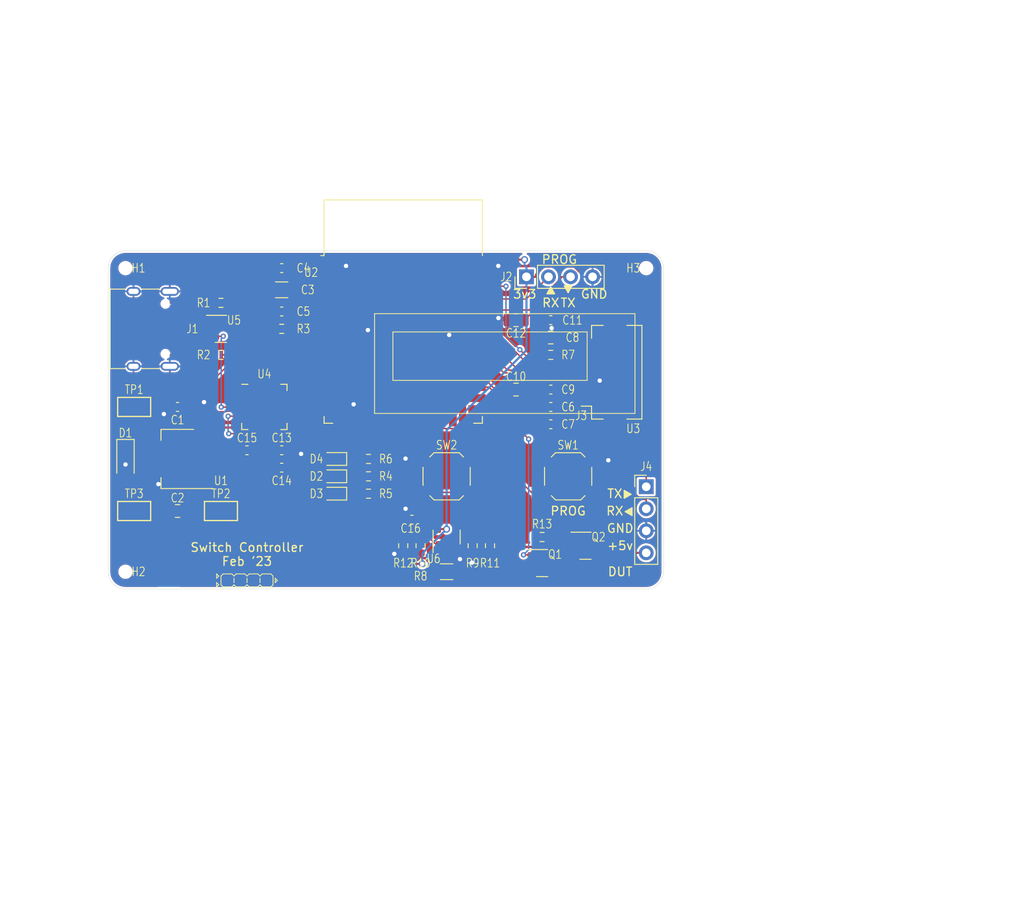
<source format=kicad_pcb>
(kicad_pcb (version 20221018) (generator pcbnew)
  (layers (0 "F.Cu" signal "Front") (31 "B.Cu" signal "Back") (34 "B.Paste" user) (35 "F.Paste" user) (36 "B.SilkS" user "B.Silkscreen") (37 "F.SilkS" user "F.Silkscreen") (38 "B.Mask" user) (39 "F.Mask" user) (44 "Edge.Cuts" user))
  (net 0 "")
  (net 1 "gnd")
  (net 2 "usb.conn.A5")
  (net 3 "vusb")
  (net 4 "usb.conn.B5")
  (net 5 "ledr.res.a")
  (net 6 "ledg.res.a")
  (net 7 "ledb.res.a")
  (net 8 "sw.pre.drain")
  (net 9 "mcu.ic.io2")
  (net 10 "ledr.signal")
  (net 11 "ledg.signal")
  (net 12 "ledb.signal")
  (net 13 "sw.control")
  (net 14 "mcu.prog.out")
  (net 15 "mcu.uart0.uart.tx")
  (net 16 "mcu.uart0.uart.rx")
  (net 17 "v3v3")
  (net 18 "usb.usb.dm")
  (net 19 "usb.usb.dp")
  (net 20 "sw1.out")
  (net 21 "conn.uart.tx")
  (net 22 "conn.uart.rx")
  (net 23 "sw.output")
  (net 24 "isense.pwr_out")
  (net 25 "isense.amp.r1.b")
  (net 26 "isense.amp.r2.b")
  (net 27 "isense.out")
  (net 28 "mcu.ic.chip_pu")
  (net 29 "lcd.iref_res.a")
  (net 30 "lcd.spi.sck")
  (net 31 "lcd.spi.mosi")
  (net 32 "usb_uart.uart.rx")
  (net 33 "usb_uart.uart.tx")
  (net 34 "lcd.cs")
  (net 35 "lcd.reset")
  (net 36 "lcd.dc")
  (net 37 "usb_uart.dcd")
  (net 38 "usb_uart.ri")
  (net 39 "usb_uart.ic.vdd")
  (net 40 "usb_uart.nsuspend")
  (net 41 "usb_uart.suspend")
  (net 42 "usb_uart.cts")
  (net 43 "usb_uart.rts")
  (net 44 "usb_uart.dsr")
  (net 45 "usb_uart.dtr")
  (net 46 "lcd.c2_cap.pos")
  (net 47 "lcd.c2_cap.neg")
  (net 48 "lcd.c1_cap.pos")
  (net 49 "lcd.c1_cap.neg")
  (net 50 "lcd.device.vcomh")
  (net 51 "lcd.device.vcc")
  (footprint "Resistor_SMD:R_0603_1608Metric" (layer "F.Cu") (at 134 58)
    (fp_text reference "R6")
    (fp_text value "")
  )
  (footprint "Resistor_SMD:R_0603_1608Metric" (layer "F.Cu") (at 154 67)
    (fp_text reference "R13")
    (fp_text value "")
  )
  (footprint "RF_Module:ESP32-WROOM-32" (layer "F.Cu") (at 138 44)
    (fp_text reference "U2")
    (fp_text value "ESP32-WROOM-32 (Espressif Systems)")
  )
  (footprint "TestPoint:TestPoint_Keystone_5015_Micro-Minature" (layer "F.Cu") (at 107 52)
    (fp_text reference "TP1")
    (fp_text value "5015 (Keystone) - vusb")
  )
  (footprint "Capacitor_SMD:C_0805_2012Metric" (layer "F.Cu") (at 151 42 180)
    (fp_text reference "C12")
    (fp_text value "")
  )
  (footprint "Capacitor_SMD:C_0805_2012Metric" (layer "F.Cu") (at 151 50 180)
    (fp_text reference "C10")
    (fp_text value "")
  )
  (footprint "TestPoint:TestPoint_Keystone_5015_Micro-Minature" (layer "F.Cu") (at 117 64)
    (fp_text reference "TP2")
    (fp_text value "5015 (Keystone) - gnd")
  )
  (footprint "Package_TO_SOT_SMD:SOT-23-5" (layer "F.Cu") (at 143 67 90)
    (fp_text reference "U6")
    (fp_text value "LMV321 (Texas Instruments)")
  )
  (footprint "LED_SMD:LED_0603_1608Metric" (layer "F.Cu") (at 130 60 180)
    (fp_text reference "D2")
    (fp_text value "KT-0603R (Hubei KENTO Elec) - Red 615~630nm 1.9~2.2V 0603 Light Emitting Diodes (LED) RoHS")
  )
  (footprint "Diode_SMD:D_SOD-123" (layer "F.Cu") (at 106 58 -90)
    (fp_text reference "D1")
    (fp_text value "BZT52C3V6 (SMC(Sangdest Microelectronicstronic (Nanjing))) - 5?A@1V 90? Single 3.6V~3.8V 350mW 3.4V SOD-123 Zener Diodes ROHS")
  )
  (footprint "Package_TO_SOT_SMD:SOT-23" (layer "F.Cu") (at 117 43)
    (fp_text reference "U5")
    (fp_text value "PESD5V0X1BT (Nexperia)")
  )
  (footprint "Resistor_SMD:R_0603_1608Metric" (layer "F.Cu") (at 146 68 90)
    (fp_text reference "R9")
    (fp_text value "")
  )
  (footprint "Capacitor_SMD:C_0603_1608Metric" (layer "F.Cu") (at 124 36 180)
    (fp_text reference "C4")
    (fp_text value "")
  )
  (footprint "Package_DFN_QFN:QFN-28-1EP_5x5mm_P0.5mm_EP3.35x3.35mm" (layer "F.Cu") (at 122 52)
    (fp_text reference "U4")
    (fp_text value "CP2102 (Silicon Labs)")
  )
  (footprint "Connector_FFC-FPC:Hirose_FH12-15S-0.5SH_1x15-1MP_P0.50mm_Horizontal" (layer "F.Cu") (at 161 48 90)
    (fp_text reference "J3")
    (fp_text value "AFC01-S15FCA-00 (Jushuo)")
  )
  (footprint "Resistor_SMD:R_0603_1608Metric" (layer "F.Cu") (at 134 60)
    (fp_text reference "R4")
    (fp_text value "")
  )
  (footprint "Connector_PinHeader_2.54mm:PinHeader_1x04_P2.54mm_Vertical" (layer "F.Cu") (at 152.2 37 90)
    (fp_text reference "J2")
    (fp_text value "PinHeader2.54 1x4 (Generic)")
  )
  (footprint "Capacitor_SMD:C_0603_1608Metric" (layer "F.Cu") (at 139 65 180)
    (fp_text reference "C16")
    (fp_text value "")
  )
  (footprint "edg:JlcToolingHole_1.152mm" (layer "F.Cu") (at 106 71)
    (fp_text reference "H2")
    (fp_text value "")
  )
  (footprint "edg:JlcToolingHole_1.152mm" (layer "F.Cu") (at 166 36)
    (fp_text reference "H3")
    (fp_text value "")
  )
  (footprint "Connector_USB:USB_C_Receptacle_XKB_U262-16XN-4BVC11" (layer "F.Cu") (at 108 43 -90)
    (fp_text reference "J1")
    (fp_text value "COM-15111 (Sparkfun)")
  )
  (footprint "Capacitor_SMD:C_0805_2012Metric" (layer "F.Cu") (at 155 44 180)
    (fp_text reference "C8")
    (fp_text value "")
  )
  (footprint "Resistor_SMD:R_0603_1608Metric" (layer "F.Cu") (at 148 68 90)
    (fp_text reference "R11")
    (fp_text value "")
  )
  (footprint "Resistor_SMD:R_0603_1608Metric" (layer "F.Cu") (at 124 43)
    (fp_text reference "R3")
    (fp_text value "")
  )
  (footprint "Capacitor_SMD:C_0603_1608Metric" (layer "F.Cu") (at 155 54 180)
    (fp_text reference "C7")
    (fp_text value "")
  )
  (footprint "Package_TO_SOT_SMD:SOT-23" (layer "F.Cu") (at 154 70)
    (fp_text reference "Q1")
    (fp_text value "2N7002 (Changjiang Electronics Tech (CJ)) - 60V 115mA 200mW 7.5?@10V,500mA 2.5V@250?A N Channel SOT-23(SOT-23-3) MOSFETs ROHS")
  )
  (footprint "LED_SMD:LED_0603_1608Metric" (layer "F.Cu") (at 130 62 180)
    (fp_text reference "D3")
    (fp_text value "")
  )
  (footprint "Capacitor_SMD:C_0603_1608Metric" (layer "F.Cu") (at 124 57)
    (fp_text reference "C13")
    (fp_text value "")
  )
  (footprint "Resistor_SMD:R_0603_1608Metric" (layer "F.Cu") (at 138 68 90)
    (fp_text reference "R12")
    (fp_text value "")
  )
  (footprint "edg:Indicator_IdDots_4" (layer "F.Cu") (at 120 72)
    (fp_text reference "U8" hide)
    (fp_text value "IdDots4")
  )
  (footprint "Capacitor_SMD:C_0603_1608Metric" (layer "F.Cu") (at 155 52 180)
    (fp_text reference "C6")
    (fp_text value "")
  )
  (footprint "Resistor_SMD:R_1206_3216Metric" (layer "F.Cu") (at 143 71)
    (fp_text reference "R8")
    (fp_text value "")
  )
  (footprint "Capacitor_SMD:C_0603_1608Metric" (layer "F.Cu") (at 155 50 180)
    (fp_text reference "C9")
    (fp_text value "")
  )
  (footprint "Button_Switch_SMD:SW_SPST_SKQG_WithoutStem" (layer "F.Cu") (at 143 60)
    (fp_text reference "SW2")
    (fp_text value "5.1mm switch")
  )
  (footprint "Resistor_SMD:R_0603_1608Metric" (layer "F.Cu") (at 140 68 90)
    (fp_text reference "R10")
    (fp_text value "")
  )
  (footprint "Resistor_SMD:R_0603_1608Metric" (layer "F.Cu") (at 134 62)
    (fp_text reference "R5")
    (fp_text value "")
  )
  (footprint "Button_Switch_SMD:SW_SPST_SKQG_WithoutStem" (layer "F.Cu") (at 157 60)
    (fp_text reference "SW1")
    (fp_text value "5.1mm switch")
  )
  (footprint "Capacitor_SMD:C_1206_3216Metric" (layer "F.Cu") (at 124 38.5 180)
    (fp_text reference "C3")
    (fp_text value "")
  )
  (footprint "edg:Lcd_Er_Oled0.91_3_Outline" (layer "F.Cu") (at 148 46.15)
    (fp_text reference "U3")
    (fp_text value "ER-OLED-0.91-e (EastRising)")
  )
  (footprint "Package_TO_SOT_SMD:SOT-223-3_TabPin2" (layer "F.Cu") (at 112 58 180)
    (fp_text reference "U1")
    (fp_text value "LD1117S33TR (STMicroelectronics)")
  )
  (footprint "Capacitor_SMD:C_0603_1608Metric" (layer "F.Cu") (at 124 41 180)
    (fp_text reference "C5")
    (fp_text value "")
  )
  (footprint "Capacitor_SMD:C_0603_1608Metric" (layer "F.Cu") (at 155 42 180)
    (fp_text reference "C11")
    (fp_text value "")
  )
  (footprint "edg:JlcToolingHole_1.152mm" (layer "F.Cu") (at 106 36)
    (fp_text reference "H1")
    (fp_text value "")
  )
  (footprint "Connector_PinHeader_2.54mm:PinHeader_1x04_P2.54mm_Vertical" (layer "F.Cu") (at 166 61.2)
    (fp_text reference "J4")
    (fp_text value "PinHeader2.54 1x4 (Generic)")
  )
  (footprint "Capacitor_SMD:C_0603_1608Metric" (layer "F.Cu") (at 124 59)
    (fp_text reference "C14")
    (fp_text value "")
  )
  (footprint "Resistor_SMD:R_0603_1608Metric" (layer "F.Cu") (at 117 46 180)
    (fp_text reference "R2")
    (fp_text value "")
  )
  (footprint "Capacitor_SMD:C_0603_1608Metric" (layer "F.Cu") (at 112 52 180)
    (fp_text reference "C1")
    (fp_text value "")
  )
  (footprint "Package_TO_SOT_SMD:SOT-23" (layer "F.Cu") (at 159 68)
    (fp_text reference "Q2")
    (fp_text value "AO3401A (Alpha & Omega Semicon) - 30V 4A 44m?@10V,4.3A 1.4W 1.3V@250?A P Channel SOT-23-3L MOSFETs ROHS")
  )
  (footprint "Capacitor_SMD:C_0603_1608Metric" (layer "F.Cu") (at 120 57)
    (fp_text reference "C15")
    (fp_text value "")
  )
  (footprint "Capacitor_SMD:C_0805_2012Metric" (layer "F.Cu") (at 112 64)
    (fp_text reference "C2")
    (fp_text value "")
  )
  (footprint "TestPoint:TestPoint_Keystone_5015_Micro-Minature" (layer "F.Cu") (at 107 64)
    (fp_text reference "TP3")
    (fp_text value "5015 (Keystone) - v3v3")
  )
  (footprint "LED_SMD:LED_0603_1608Metric" (layer "F.Cu") (at 130 58 180)
    (fp_text reference "D4")
    (fp_text value "")
  )
  (footprint "edg:Symbol_Duckling" (layer "F.Cu") (at 111 70)
    (fp_text reference "U7" hide)
    (fp_text value "Duck" hide)
  )
  (footprint "Resistor_SMD:R_0603_1608Metric" (layer "F.Cu") (at 155 46 180)
    (fp_text reference "R7")
    (fp_text value "")
  )
  (footprint "Resistor_SMD:R_0603_1608Metric" (layer "F.Cu") (at 117 40 180)
    (fp_text reference "R1")
    (fp_text value "")
  )
  (gr_line (start 106 34) (end 166 34) (stroke (width 0.0381)) (layer "Edge.Cuts"))
  (gr_line (start 166 73) (end 106 73) (stroke (width 0.0381)) (layer "Edge.Cuts"))
  (gr_line (start 104 71) (end 104 36) (stroke (width 0.0381)) (layer "Edge.Cuts"))
  (gr_arc (start 168 71) (mid 167.414214 72.414214) (end 166 73) (stroke (width 0.0381)) (layer "Edge.Cuts"))
  (gr_arc (start 104 36) (mid 104.585786 34.585786) (end 106 34) (stroke (width 0.0381)) (layer "Edge.Cuts"))
  (gr_arc (start 166 34) (mid 167.414214 34.585786) (end 168 36) (stroke (width 0.0381)) (layer "Edge.Cuts"))
  (gr_line (start 168 36) (end 168 71) (stroke (width 0.0381)) (layer "Edge.Cuts"))
  (gr_arc (start 106 73) (mid 104.585786 72.414214) (end 104 71) (stroke (width 0.0381)) (layer "Edge.Cuts"))
  (gr_text "3v3" (at 152 39) (layer "F.SilkS") (effects (font (size 1 1))))
  (gr_text "RX◀" (at 163 64) (layer "F.SilkS") (effects (font (size 1 1))))
  (gr_text "PROG" (at 157 64) (layer "F.SilkS") (effects (font (size 1 1))))
  (gr_text "GND" (at 160 39) (layer "F.SilkS") (effects (font (size 1 1))))
  (gr_text "TX" (at 157 40) (layer "F.SilkS") (effects (font (size 1 1))))
  (gr_text "+5v" (at 163 68) (layer "F.SilkS") (effects (font (size 1 1))))
  (gr_text "▲" (at 155 38.5) (layer "F.SilkS") (effects (font (size 1 1))))
  (gr_text "GND" (at 163 66) (layer "F.SilkS") (effects (font (size 1 1))))
  (gr_text "DUT" (at 163 71) (layer "F.SilkS") (effects (font (size 1 1))))
  (gr_text "TX▶" (at 163 62) (layer "F.SilkS") (effects (font (size 1 1))))
  (gr_text "Switch Controller\nFeb '23" (at 120 69) (layer "F.SilkS") (effects (font (size 1 1))))
  (gr_text "RX" (at 155 40) (layer "F.SilkS") (effects (font (size 1 1))))
  (gr_text "▲" (at 157 38.5 180) (layer "F.SilkS") (effects (font (size 1 1))))
  (gr_text "PROG" (at 156 35) (layer "F.SilkS") (effects (font (size 1 1))))
  (segment (start 129.5 35.745) (end 128.2249 35.745) (width 0.25) (layer "F.Cu") (net 1))
  (segment (start 138.225 63.7375) (end 138.225 65) (width 0.25) (layer "F.Cu") (net 1))
  (segment (start 111.105 47.32) (end 112.4301 47.32) (width 0.25) (layer "F.Cu") (net 1))
  (segment (start 124.775 57) (end 124.775 57.412) (width 0.25) (layer "F.Cu") (net 1))
  (segment (start 111.97 39.65) (end 111.67 39.95) (width 0.25) (layer "F.Cu") (net 1))
  (segment (start 122.525 36.7) (end 123.225 36) (width 0.25) (layer "F.Cu") (net 1))
  (segment (start 127.6701 35.1902) (end 128.2249 35.745) (width 0.25) (layer "F.Cu") (net 1))
  (segment (start 115.15 64) (end 115.15 61.3251) (width 0.25) (layer "F.Cu") (net 1))
  (segment (start 132.285 51.7011) (end 132.285 53.255) (width 0.25) (layer "F.Cu") (net 1))
  (segment (start 152.05 44) (end 154.05 44) (width 0.25) (layer "F.Cu") (net 1))
  (segment (start 115.15 60.3) (end 115.15 60.9) (width 0.25) (layer "F.Cu") (net 1))
  (segment (start 111.105 47.32) (end 106.925 47.32) (width 0.25) (layer "F.Cu") (net 1))
  (segment (start 136.4875 62) (end 138.225 63.7375) (width 0.25) (layer "F.Cu") (net 1))
  (segment (start 138.225 63.7375) (end 138.2717 63.7375) (width 0.25) (layer "F.Cu") (net 1))
  (segment (start 154.225 42.9125) (end 154.225 42) (width 0.25) (layer "F.Cu") (net 1))
  (segment (start 160.1 58.15) (end 153.9 58.15) (width 0.25) (layer "F.Cu") (net 1))
  (segment (start 138 68.825) (end 138.7219 68.1031) (width 0.25) (layer "F.Cu") (net 1))
  (segment (start 115.15 60.9) (end 115.15 61.3251) (width 0.25) (layer "F.Cu") (net 1))
  (segment (start 139.9 58.15) (end 138.7249 58.15) (width 0.25) (layer "F.Cu") (net 1))
  (segment (start 126.2358 57.412) (end 124.775 57.412) (width 0.25) (layer "F.Cu") (net 1))
  (segment (start 138.7249 58.15) (end 138.5316 57.9567) (width 0.25) (layer "F.Cu") (net 1))
  (segment (start 134.825 60) (end 134.825 62) (width 0.25) (layer "F.Cu") (net 1))
  (segment (start 117.825 38.77) (end 112.5201 38.77) (width 0.25) (layer "F.Cu") (net 1))
  (segment (start 112.0951 39.65) (end 112.5201 39.65) (width 0.25) (layer "F.Cu") (net 1))
  (segment (start 112.0951 39.65) (end 111.97 39.65) (width 0.25) (layer "F.Cu") (net 1))
  (segment (start 134.825 58) (end 134.825 60) (width 0.25) (layer "F.Cu") (net 1))
  (segment (start 111.105 38.68) (end 112.4301 38.68) (width 0.25) (layer "F.Cu") (net 1))
  (segment (start 124.0348 35.1902) (end 127.6701 35.1902) (width 0.25) (layer "F.Cu") (net 1))
  (segment (start 111.105 38.68) (end 106.925 38.68) (width 0.25) (layer "F.Cu") (net 1))
  (segment (start 123.225 41) (end 118.825 41) (width 0.25) (layer "F.Cu") (net 1))
  (segment (start 141.6559 69.0758) (end 142.4007 69.0758) (width 0.25) (layer "F.Cu") (net 1))
  (segment (start 161.632 58.15) (end 160.1 58.15) (width 0.25) (layer "F.Cu") (net 1))
  (segment (start 119.4974 51.4474) (end 115.0519 51.4474) (width 0.25) (layer "F.Cu") (net 1))
  (segment (start 119.55 51.5) (end 119.4974 51.4474) (width 0.25) (layer "F.Cu") (net 1))
  (segment (start 154.05 44) (end 154.225 43.825) (width 0.25) (layer "F.Cu") (net 1))
  (segment (start 148.9672 41.7507) (end 149.8007 41.7507) (width 0.25) (layer "F.Cu") (net 1))
  (segment (start 121.5 51.5) (end 119.55 51.5) (width 0.25) (layer "F.Cu") (net 1))
  (segment (start 143 68.4765) (end 143 68.1375) (width 0.25) (layer "F.Cu") (net 1))
  (segment (start 117.035 46.79) (end 112.5201 46.79) (width 0.25) (layer "F.Cu") (net 1))
  (segment (start 138.5316 57.9567) (end 138.2668 57.9567) (width 0.25) (layer "F.Cu") (net 1))
  (segment (start 149.8007 41.7507) (end 150.05 42) (width 0.25) (layer "F.Cu") (net 1))
  (segment (start 115.15 64) (end 112.95 64) (width 0.25) (layer "F.Cu") (net 1))
  (segment (start 144.0738 69.5503) (end 144.5363 69.5503) (width 0.25) (layer "F.Cu") (net 1))
  (segment (start 118.095 38.5) (end 122.525 38.5) (width 0.25) (layer "F.Cu") (net 1))
  (segment (start 111.67 46.35) (end 111.97 46.35) (width 0.25) (layer "F.Cu") (net 1))
  (segment (start 137.8871 68.9379) (end 138 68.825) (width 0.25) (layer "F.Cu") (net 1))
  (segment (start 109.7932 60.9) (end 115.15 60.9) (width 0.25) (layer "F.Cu") (net 1))
  (segment (start 154.175 44.125) (end 154.175 46) (width 0.25) (layer "F.Cu") (net 1))
  (segment (start 122 52) (end 121.5 51.5) (width 0.25) (layer "F.Cu") (net 1))
  (segment (start 112.5201 46.35) (end 112.5201 46.79) (width 0.25) (layer "F.Cu") (net 1))
  (segment (start 123.225 36) (end 124.0348 35.1902) (width 0.25) (layer "F.Cu") (net 1))
  (segment (start 112.0951 46.35) (end 112.5201 46.35) (width 0.25) (layer "F.Cu") (net 1))
  (segment (start 129.5 35.745) (end 131.411 35.745) (width 0.25) (layer "F.Cu") (net 1))
  (segment (start 134.1223 43.1424) (end 133.9265 43.1424) (width 0.25) (layer "F.Cu") (net 1))
  (segment (start 143 68.4765) (end 144.0738 69.5503) (width 0.25) (layer "F.Cu") (net 1))
  (segment (start 140.2301 43.7) (end 139.7751 43.245) (width 0.25) (layer "F.Cu") (net 1))
  (segment (start 159.15 49) (end 160.607 49) (width 0.25) (layer "F.Cu") (net 1))
  (segment (start 117.9375 45.8875) (end 117.825 46) (width 0.25) (layer "F.Cu") (net 1))
  (segment (start 155.225 49) (end 154.225 50) (width 0.25) (layer "F.Cu") (net 1))
  (segment (start 138.7219 68.1031) (end 140.6832 68.1031) (width 0.25) (layer "F.Cu") (net 1))
  (segment (start 124.775 57.412) (end 124.775 59) (width 0.25) (layer "F.Cu") (net 1))
  (segment (start 153.2174 48.9924) (end 154.225 50) (width 0.25) (layer "F.Cu") (net 1))
  (segment (start 111.225 52.0182) (end 111.225 52) (width 0.25) (layer "F.Cu") (net 1))
  (segment (start 159.15 49) (end 155.225 49) (width 0.25) (layer "F.Cu") (net 1))
  (segment (start 122.525 38.5) (end 122.525 36.7) (width 0.25) (layer "F.Cu") (net 1))
  (segment (start 137 43.245) (end 139.7751 43.245) (width 0.25) (layer "F.Cu") (net 1))
  (segment (start 117.825 38.77) (end 117.825 40) (width 0.25) (layer "F.Cu") (net 1))
  (segment (start 112.5201 39.65) (end 112.5201 38.77) (width 0.25) (layer "F.Cu") (net 1))
  (segment (start 136.9731 68.9379) (end 137.8871 68.9379) (width 0.25) (layer "F.Cu") (net 1))
  (segment (start 139.9 58.15) (end 146.1 58.15) (width 0.25) (layer "F.Cu") (net 1))
  (segment (start 134.825 62) (end 136.4875 62) (width 0.25) (layer "F.Cu") (net 1))
  (segment (start 143.2957 43.7) (end 140.2301 43.7) (width 0.25) (layer "F.Cu") (net 1))
  (segment (start 154.05 44) (end 154.175 44.125) (width 0.25) (layer "F.Cu") (net 1))
  (segment (start 118.825 41) (end 117.825 40) (width 0.25) (layer "F.Cu") (net 1))
  (segment (start 160.607 49) (end 160.6361 48.9709) (width 0.25) (layer "F.Cu") (net 1))
  (segment (start 111.97 46.35) (end 111.67 46.05) (width 0.25) (layer "F.Cu") (net 1))
  (segment (start 111.67 39.65) (end 111.97 39.65) (width 0.25) (layer "F.Cu") (net 1))
  (segment (start 134.2249 43.245) (end 134.1223 43.1424) (width 0.25) (layer "F.Cu") (net 1))
  (segment (start 154.225 42.9125) (end 155.0993 42.9125) (width 0.25) (layer "F.Cu") (net 1))
  (segment (start 117.825 38.77) (end 118.095 38.5) (width 0.25) (layer "F.Cu") (net 1))
  (segment (start 137 43.245) (end 134.2249 43.245) (width 0.25) (layer "F.Cu") (net 1))
  (segment (start 112.5201 38.77) (end 112.4301 38.68) (width 0.25) (layer "F.Cu") (net 1))
  (segment (start 124.775 57) (end 124.0033 56.2283) (width 0.25) (layer "F.Cu") (net 1))
  (segment (start 117.825 46) (end 117.035 46.79) (width 0.25) (layer "F.Cu") (net 1))
  (segment (start 151.0576 48.9924) (end 153.2174 48.9924) (width 0.25) (layer "F.Cu") (net 1))
  (segment (start 106 58.6374) (end 106 59.65) (width 0.25) (layer "F.Cu") (net 1))
  (segment (start 150.05 42) (end 152.05 44) (width 0.25) (layer "F.Cu") (net 1))
  (segment (start 121.5467 56.2283) (end 120.775 57) (width 0.25) (layer "F.Cu") (net 1))
  (segment (start 142.4007 69.0758) (end 143 68.4765) (width 0.25) (layer "F.Cu") (net 1))
  (segment (start 124.0033 56.2283) (end 121.5467 56.2283) (width 0.25) (layer "F.Cu") (net 1))
  (segment (start 117.9375 43) (end 117.9375 45.8875) (width 0.25) (layer "F.Cu") (net 1))
  (segment (start 146.5 35.745) (end 148.9547 35.745) (width 0.25) (layer "F.Cu") (net 1))
  (segment (start 154.225 43.825) (end 154.225 42.9125) (width 0.25) (layer "F.Cu") (net 1))
  (segment (start 145.9191 69.9521) (end 152.0646 69.9521) (width 0.25) (layer "F.Cu") (net 1))
  (segment (start 152.0646 69.9521) (end 153.0625 70.95) (width 0.25) (layer "F.Cu") (net 1))
  (segment (start 112.5201 46.79) (end 112.5201 47.23) (width 0.25) (layer "F.Cu") (net 1))
  (segment (start 112.0951 46.35) (end 111.97 46.35) (width 0.25) (layer "F.Cu") (net 1))
  (segment (start 117 64) (end 115.15 64) (width 0.25) (layer "F.Cu") (net 1))
  (segment (start 112.5201 47.23) (end 112.4301 47.32) (width 0.25) (layer "F.Cu") (net 1))
  (segment (start 140.6832 68.1031) (end 141.6559 69.0758) (width 0.25) (layer "F.Cu") (net 1))
  (segment (start 150.05 50) (end 151.0576 48.9924) (width 0.25) (layer "F.Cu") (net 1))
  (segment (start 110.4199 52.8233) (end 111.225 52.0182) (width 0.25) (layer "F.Cu") (net 1))
  (via (at 109.7932 60.9) (size 0.8) (drill 0.5) (layers "F.Cu" "B.Cu") (net 1))
  (via (at 145.9191 69.9521) (size 0.8) (drill 0.5) (layers "F.Cu" "B.Cu") (net 1))
  (via (at 161.632 58.15) (size 0.8) (drill 0.5) (layers "F.Cu" "B.Cu") (net 1))
  (via (at 143.2957 43.7) (size 0.8) (drill 0.5) (layers "F.Cu" "B.Cu") (net 1))
  (via (at 148.9547 35.745) (size 0.8) (drill 0.5) (layers "F.Cu" "B.Cu") (net 1))
  (via (at 155.0993 42.9125) (size 0.8) (drill 0.5) (layers "F.Cu" "B.Cu") (net 1))
  (via (at 131.411 35.745) (size 0.8) (drill 0.5) (layers "F.Cu" "B.Cu") (net 1))
  (via (at 148.9672 41.7507) (size 0.8) (drill 0.5) (layers "F.Cu" "B.Cu") (net 1))
  (via (at 138.2717 63.7375) (size 0.8) (drill 0.5) (layers "F.Cu" "B.Cu") (net 1))
  (via (at 126.2358 57.412) (size 0.8) (drill 0.5) (layers "F.Cu" "B.Cu") (net 1))
  (via (at 133.9265 43.1424) (size 0.8) (drill 0.5) (layers "F.Cu" "B.Cu") (net 1))
  (via (at 138.2668 57.9567) (size 0.8) (drill 0.5) (layers "F.Cu" "B.Cu") (net 1))
  (via (at 136.9731 68.9379) (size 0.8) (drill 0.5) (layers "F.Cu" "B.Cu") (net 1))
  (via (at 132.285 51.7011) (size 0.8) (drill 0.5) (layers "F.Cu" "B.Cu") (net 1))
  (via (at 160.6361 48.9709) (size 0.8) (drill 0.5) (layers "F.Cu" "B.Cu") (net 1))
  (via (at 106 58.6374) (size 0.8) (drill 0.5) (layers "F.Cu" "B.Cu") (net 1))
  (via (at 115.0519 51.4474) (size 0.8) (drill 0.5) (layers "F.Cu" "B.Cu") (net 1))
  (via (at 144.5363 69.5503) (size 0.8) (drill 0.5) (layers "F.Cu" "B.Cu") (net 1))
  (via (at 110.4199 52.8233) (size 0.8) (drill 0.5) (layers "F.Cu" "B.Cu") (net 1))
  (segment (start 135.2759 54.9658) (end 132.285 54.9658) (width 0.25) (layer "B.Cu") (net 1))
  (segment (start 160.6361 48.9709) (end 159.82 48.1548) (width 0.25) (layer "B.Cu") (net 1))
  (segment (start 136.9731 68.9379) (end 138.2717 67.6393) (width 0.25) (layer "B.Cu") (net 1))
  (segment (start 106.925 38.68) (end 108.0001 38.68) (width 0.25) (layer "B.Cu") (net 1))
  (segment (start 148.9672 41.7507) (end 148.9672 35.7575) (width 0.25) (layer "B.Cu") (net 1))
  (segment (start 144.5363 69.5503) (end 145.5173 69.5503) (width 0.25) (layer "B.Cu") (net 1))
  (segment (start 138.2717 63.7375) (end 138.2668 63.7326) (width 0.25) (layer "B.Cu") (net 1))
  (segment (start 111.105 47.32) (end 112.4301 47.32) (width 0.25) (layer "B.Cu") (net 1))
  (segment (start 132.285 54.9658) (end 128.682 54.9658) (width 0.25) (layer "B.Cu") (net 1))
  (segment (start 112.4301 48.8256) (end 115.0519 51.4474) (width 0.25) (layer "B.Cu") (net 1))
  (segment (start 106 58.6374) (end 107.5306 58.6374) (width 0.25) (layer "B.Cu") (net 1))
  (segment (start 148.9672 35.7575) (end 148.9547 35.745) (width 0.25) (layer "B.Cu") (net 1))
  (segment (start 145.245 41.7507) (end 143.2957 43.7) (width 0.25) (layer "B.Cu") (net 1))
  (segment (start 109.7799 47.32) (end 109.7799 52.1833) (width 0.25) (layer "B.Cu") (net 1))
  (segment (start 161.632 61.0201) (end 165.7668 65.1549) (width 0.25) (layer "B.Cu") (net 1))
  (segment (start 128.682 54.9658) (end 126.2358 57.412) (width 0.25) (layer "B.Cu") (net 1))
  (segment (start 159.82 42.9125) (end 159.82 37) (width 0.25) (layer "B.Cu") (net 1))
  (segment (start 132.285 44.7839) (end 132.285 51.7011) (width 0.25) (layer "B.Cu") (net 1))
  (segment (start 161.632 58.15) (end 161.632 49.9668) (width 0.25) (layer "B.Cu") (net 1))
  (segment (start 133.9265 43.1424) (end 132.285 44.7839) (width 0.25) (layer "B.Cu") (net 1))
  (segment (start 133.9265 38.2605) (end 131.411 35.745) (width 0.25) (layer "B.Cu") (net 1))
  (segment (start 138.2668 63.7326) (end 138.2668 57.9567) (width 0.25) (layer "B.Cu") (net 1))
  (segment (start 109.7799 52.1833) (end 110.4199 52.8233) (width 0.25) (layer "B.Cu") (net 1))
  (segment (start 106 57.2432) (end 106 58.6374) (width 0.25) (layer "B.Cu") (net 1))
  (segment (start 108.0001 38.68) (end 108.0001 47.32) (width 0.25) (layer "B.Cu") (net 1))
  (segment (start 132.285 54.9658) (end 132.285 51.7011) (width 0.25) (layer "B.Cu") (net 1))
  (segment (start 133.9265 43.1424) (end 133.9265 38.2605) (width 0.25) (layer "B.Cu") (net 1))
  (segment (start 110.4199 52.8233) (end 106 57.2432) (width 0.25) (layer "B.Cu") (net 1))
  (segment (start 159.82 48.1548) (end 159.82 42.9125) (width 0.25) (layer "B.Cu") (net 1))
  (segment (start 107.5306 58.6374) (end 109.7932 60.9) (width 0.25) (layer "B.Cu") (net 1))
  (segment (start 166 66.28) (end 166 65.1549) (width 0.25) (layer "B.Cu") (net 1))
  (segment (start 161.632 58.15) (end 161.632 61.0201) (width 0.25) (layer "B.Cu") (net 1))
  (segment (start 159.82 42.9125) (end 155.0993 42.9125) (width 0.25) (layer "B.Cu") (net 1))
  (segment (start 111.105 47.32) (end 109.7799 47.32) (width 0.25) (layer "B.Cu") (net 1))
  (segment (start 165.7668 65.1549) (end 166 65.1549) (width 0.25) (layer "B.Cu") (net 1))
  (segment (start 161.632 49.9668) (end 160.6361 48.9709) (width 0.25) (layer "B.Cu") (net 1))
  (segment (start 138.2668 57.9567) (end 135.2759 54.9658) (width 0.25) (layer "B.Cu") (net 1))
  (segment (start 148.9672 41.7507) (end 145.245 41.7507) (width 0.25) (layer "B.Cu") (net 1))
  (segment (start 138.2717 67.6393) (end 138.2717 63.7375) (width 0.25) (layer "B.Cu") (net 1))
  (segment (start 106.925 47.32) (end 108.0001 47.32) (width 0.25) (layer "B.Cu") (net 1))
  (segment (start 145.5173 69.5503) (end 145.9191 69.9521) (width 0.25) (layer "B.Cu") (net 1))
  (segment (start 112.4301 47.32) (end 112.4301 48.8256) (width 0.25) (layer "B.Cu") (net 1))
  (segment (start 116.175 40) (end 114.425 41.75) (width 0.16) (layer "F.Cu") (net 2))
  (segment (start 114.425 41.75) (end 111.67 41.75) (width 0.16) (layer "F.Cu") (net 2))
  (segment (start 110.8199 45.25) (end 110.4862 44.9163) (width 0.2) (layer "F.Cu") (net 3))
  (segment (start 123.225 57.7971) (end 117.2471 57.7971) (width 0.25) (layer "F.Cu") (net 3))
  (segment (start 139.919 69.417) (end 139.7154 69.6206) (width 0.25) (layer "F.Cu") (net 3))
  (segment (start 107 52) (end 107 53.1751) (width 0.25) (layer "F.Cu") (net 3))
  (segment (start 141.5375 71) (end 141.5375 70.4762) (width 0.25) (layer "F.Cu") (net 3))
  (segment (start 111.2765 53.4985) (end 107.3234 53.4985) (width 0.25) (layer "F.Cu") (net 3))
  (segment (start 115.15 54.375) (end 118.675 54.375) (width 0.25) (layer "F.Cu") (net 3))
  (segment (start 115.15 54.375) (end 115.15 55.7) (width 0.25) (layer "F.Cu") (net 3))
  (segment (start 107.9136 44.9163) (end 105.8423 46.9876) (width 0.25) (layer "F.Cu") (net 3))
  (segment (start 112.775 52) (end 115.15 54.375) (width 0.25) (layer "F.Cu") (net 3))
  (segment (start 123.225 57.7971) (end 123.225 57) (width 0.25) (layer "F.Cu") (net 3))
  (segment (start 110.4862 44.9163) (end 110.4862 41.0837) (width 0.25) (layer "F.Cu") (net 3))
  (segment (start 107.3234 53.4985) (end 107 53.1751) (width 0.25) (layer "F.Cu") (net 3))
  (segment (start 116.1751 56.7251) (end 115.15 56.7251) (width 0.25) (layer "F.Cu") (net 3))
  (segment (start 105.8423 46.9876) (end 105.8423 49.6672) (width 0.25) (layer "F.Cu") (net 3))
  (segment (start 139.7154 69.6206) (end 133.8456 69.6206) (width 0.25) (layer "F.Cu") (net 3))
  (segment (start 111.67 45.25) (end 111.67 45.55) (width 0.25) (layer "F.Cu") (net 3))
  (segment (start 123.225 59) (end 123.225 57.7971) (width 0.25) (layer "F.Cu") (net 3))
  (segment (start 117.2471 57.7971) (end 116.1751 56.7251) (width 0.25) (layer "F.Cu") (net 3))
  (segment (start 140.4783 69.417) (end 140 69.417) (width 0.25) (layer "F.Cu") (net 3))
  (segment (start 141.5375 70.4762) (end 140.4783 69.417) (width 0.25) (layer "F.Cu") (net 3))
  (segment (start 110.8199 40.75) (end 110.4862 41.0837) (width 0.2) (layer "F.Cu") (net 3))
  (segment (start 120.5 54.45) (end 119.55 53.5) (width 0.25) (layer "F.Cu") (net 3))
  (segment (start 118.675 54.375) (end 119.55 53.5) (width 0.25) (layer "F.Cu") (net 3))
  (segment (start 140 69.417) (end 139.919 69.417) (width 0.25) (layer "F.Cu") (net 3))
  (segment (start 107 52) (end 107 50.8249) (width 0.25) (layer "F.Cu") (net 3))
  (segment (start 111.67 40.75) (end 111.67 40.45) (width 0.25) (layer "F.Cu") (net 3))
  (segment (start 111.67 45.25) (end 110.8199 45.25) (width 0.2) (layer "F.Cu") (net 3))
  (segment (start 115.15 55.7) (end 115.15 56.7251) (width 0.25) (layer "F.Cu") (net 3))
  (segment (start 140 68.825) (end 140 69.417) (width 0.25) (layer "F.Cu") (net 3))
  (segment (start 112.775 52) (end 111.2765 53.4985) (width 0.25) (layer "F.Cu") (net 3))
  (segment (start 133.8456 69.6206) (end 123.225 59) (width 0.25) (layer "F.Cu") (net 3))
  (segment (start 111.67 40.75) (end 110.8199 40.75) (width 0.2) (layer "F.Cu") (net 3))
  (segment (start 110.4862 44.9163) (end 107.9136 44.9163) (width 0.25) (layer "F.Cu") (net 3))
  (segment (start 105.8423 49.6672) (end 107 50.8249) (width 0.25) (layer "F.Cu") (net 3))
  (segment (start 114.925 44.75) (end 111.67 44.75) (width 0.16) (layer "F.Cu") (net 4))
  (segment (start 116.175 46) (end 114.925 44.75) (width 0.16) (layer "F.Cu") (net 4))
  (segment (start 133.175 60) (end 130.7875 60) (width 0.16) (layer "F.Cu") (net 5))
  (segment (start 133.175 62) (end 130.7875 62) (width 0.16) (layer "F.Cu") (net 6))
  (segment (start 130.7875 58) (end 133.175 58) (width 0.16) (layer "F.Cu") (net 7))
  (segment (start 159.0899 68.6264) (end 159.0899 69.2466) (width 0.16) (layer "F.Cu") (net 8))
  (segment (start 158.0625 67.05) (end 157.2539 67.05) (width 0.16) (layer "F.Cu") (net 8))
  (segment (start 157.2539 67.05) (end 154.875 67.05) (width 0.16) (layer "F.Cu") (net 8))
  (segment (start 157.5135 67.05) (end 159.0899 68.6264) (width 0.16) (layer "F.Cu") (net 8))
  (segment (start 158.3365 70) (end 154.9375 70) (width 0.16) (layer "F.Cu") (net 8))
  (segment (start 159.0899 69.2466) (end 158.3365 70) (width 0.16) (layer "F.Cu") (net 8))
  (segment (start 154.875 67.05) (end 154.825 67) (width 0.16) (layer "F.Cu") (net 8))
  (segment (start 157.2539 67.05) (end 157.5135 67.05) (width 0.16) (layer "F.Cu") (net 8))
  (segment (start 129.5 50.985) (end 128.2699 50.985) (width 0.16) (layer "F.Cu") (net 10))
  (segment (start 127.9386 51.3163) (end 128.2699 50.985) (width 0.16) (layer "F.Cu") (net 10))
  (segment (start 129.2125 60) (end 127.9386 58.7261) (width 0.16) (layer "F.Cu") (net 10))
  (segment (start 127.9386 58.7261) (end 127.9386 51.3163) (width 0.16) (layer "F.Cu") (net 10))
  (segment (start 129.5 49.715) (end 128.2699 49.715) (width 0.16) (layer "F.Cu") (net 11))
  (segment (start 127.6285 60.416) (end 129.2125 62) (width 0.16) (layer "F.Cu") (net 11))
  (segment (start 127.6285 50.3564) (end 127.6285 60.416) (width 0.16) (layer "F.Cu") (net 11))
  (segment (start 128.2699 49.715) (end 127.6285 50.3564) (width 0.16) (layer "F.Cu") (net 11))
  (segment (start 128.2699 57.0574) (end 128.2699 52.255) (width 0.16) (layer "F.Cu") (net 12))
  (segment (start 129.5 52.255) (end 128.2699 52.255) (width 0.16) (layer "F.Cu") (net 12))
  (segment (start 129.2125 58) (end 128.2699 57.0574) (width 0.16) (layer "F.Cu") (net 12))
  (segment (start 153.0625 69.05) (end 151.859 69.05) (width 0.16) (layer "F.Cu") (net 13))
  (segment (start 152.4514 55.7063) (end 147.7301 50.985) (width 0.16) (layer "F.Cu") (net 13))
  (segment (start 146.5 50.985) (end 147.7301 50.985) (width 0.16) (layer "F.Cu") (net 13))
  (via (at 152.4514 55.7063) (size 0.6) (drill 0.3) (layers "F.Cu" "B.Cu") (net 13))
  (via (at 151.859 69.05) (size 0.6) (drill 0.3) (layers "F.Cu" "B.Cu") (net 13))
  (segment (start 151.859 69.05) (end 152.4514 68.4576) (width 0.16) (layer "B.Cu") (net 13))
  (segment (start 152.4514 68.4576) (end 152.4514 55.7063) (width 0.16) (layer "B.Cu") (net 13))
  (segment (start 146.5 52.255) (end 147.7301 52.255) (width 0.16) (layer "F.Cu") (net 14))
  (segment (start 147.7301 52.255) (end 147.7301 56.8102) (width 0.16) (layer "F.Cu") (net 14))
  (segment (start 147.7301 56.8102) (end 152.7699 61.85) (width 0.16) (layer "F.Cu") (net 14))
  (segment (start 153.9 61.85) (end 152.7699 61.85) (width 0.16) (layer "F.Cu") (net 14))
  (segment (start 160.1 61.85) (end 153.9 61.85) (width 0.16) (layer "F.Cu") (net 14))
  (segment (start 152.5099 40.825) (end 146.5 40.825) (width 0.16) (layer "F.Cu") (net 15))
  (segment (start 156.1999 37.135) (end 152.5099 40.825) (width 0.16) (layer "F.Cu") (net 15))
  (segment (start 156.1999 37) (end 156.1999 37.135) (width 0.16) (layer "F.Cu") (net 15))
  (segment (start 157.28 37) (end 156.1999 37) (width 0.16) (layer "F.Cu") (net 15))
  (segment (start 152.185 39.555) (end 146.5 39.555) (width 0.16) (layer "F.Cu") (net 16))
  (segment (start 154.74 37) (end 152.185 39.555) (width 0.16) (layer "F.Cu") (net 16))
  (segment (start 123.9999 39.9751) (end 123.9999 42.1751) (width 0.25) (layer "F.Cu") (net 17))
  (segment (start 158.55 42.25) (end 160.0751 43.7751) (width 0.25) (layer "F.Cu") (net 17))
  (segment (start 160.9453 48.2921) (end 161.3112 48.658) (width 0.25) (layer "F.Cu") (net 17))
  (segment (start 125.475 38.5) (end 126.375 37.6) (width 0.25) (layer "F.Cu") (net 17))
  (segment (start 126.96 37.015) (end 129.5 37.015) (width 0.25) (layer "F.Cu") (net 17))
  (segment (start 108.85 58) (end 108.85 58.7375) (width 0.25) (layer "F.Cu") (net 17))
  (segment (start 152.2 37) (end 153.3251 37) (width 0.25) (layer "F.Cu") (net 17))
  (segment (start 151.9801 35.0198) (end 137.6442 35.0198) (width 0.25) (layer "F.Cu") (net 17))
  (segment (start 158.55 36.6666) (end 158.55 42.25) (width 0.25) (layer "F.Cu") (net 17))
  (segment (start 153.3251 36.7187) (end 154.2195 35.8243) (width 0.25) (layer "F.Cu") (net 17))
  (segment (start 107 64) (end 108.85 64) (width 0.25) (layer "F.Cu") (net 17))
  (segment (start 159.15 49.5) (end 156.275 49.5) (width 0.25) (layer "F.Cu") (net 17))
  (segment (start 108.85 58.7375) (end 108.85 60.1751) (width 0.25) (layer "F.Cu") (net 17))
  (segment (start 143 66.0872) (end 142.2747 66.0872) (width 0.25) (layer "F.Cu") (net 17))
  (segment (start 126.375 37.6) (end 126.96 37.015) (width 0.25) (layer "F.Cu") (net 17))
  (segment (start 123.9999 42.1751) (end 123.175 43) (width 0.25) (layer "F.Cu") (net 17))
  (segment (start 115.15 58) (end 113.8749 58) (width 0.25) (layer "F.Cu") (net 17))
  (segment (start 154.961 50.7617) (end 152.7117 50.7617) (width 0.25) (layer "F.Cu") (net 17))
  (segment (start 111.05 64) (end 117.1421 70.0921) (width 0.25) (layer "F.Cu") (net 17))
  (segment (start 160.3522 49.7) (end 160.1522 49.5) (width 0.25) (layer "F.Cu") (net 17))
  (segment (start 124.775 36) (end 126.375 37.6) (width 0.25) (layer "F.Cu") (net 17))
  (segment (start 160.0751 43.7751) (end 160.0751 48.2921) (width 0.25) (layer "F.Cu") (net 17))
  (segment (start 140.6375 65.8625) (end 139.775 65) (width 0.25) (layer "F.Cu") (net 17))
  (segment (start 160.0751 48.2921) (end 160.9453 48.2921) (width 0.25) (layer "F.Cu") (net 17))
  (segment (start 156.275 49.5) (end 155.775 50) (width 0.25) (layer "F.Cu") (net 17))
  (segment (start 161.3112 49.268) (end 160.8792 49.7) (width 0.25) (layer "F.Cu") (net 17))
  (segment (start 142.2747 66.0872) (end 142.05 65.8625) (width 0.25) (layer "F.Cu") (net 17))
  (segment (start 137.6442 35.0198) (end 135.649 37.015) (width 0.25) (layer "F.Cu") (net 17))
  (segment (start 135.649 37.015) (end 129.5 37.015) (width 0.25) (layer "F.Cu") (net 17))
  (segment (start 160.0751 48.2921) (end 160.0751 48.5) (width 0.25) (layer "F.Cu") (net 17))
  (segment (start 157.7077 35.8243) (end 158.55 36.6666) (width 0.25) (layer "F.Cu") (net 17))
  (segment (start 142.05 65.8625) (end 140.6375 65.8625) (width 0.25) (layer "F.Cu") (net 17))
  (segment (start 155.7227 50) (end 154.961 50.7617) (width 0.25) (layer "F.Cu") (net 17))
  (segment (start 152.7117 50.7617) (end 151.95 50) (width 0.25) (layer "F.Cu") (net 17))
  (segment (start 108.85 58.7375) (end 106.8751 56.7626) (width 0.25) (layer "F.Cu") (net 17))
  (segment (start 106.8751 56.7626) (end 106.8751 56.35) (width 0.25) (layer "F.Cu") (net 17))
  (segment (start 161.3112 48.658) (end 161.3112 49.268) (width 0.25) (layer "F.Cu") (net 17))
  (segment (start 113.8749 58) (end 113.1374 58.7375) (width 0.25) (layer "F.Cu") (net 17))
  (segment (start 159.15 48.5) (end 160.0751 48.5) (width 0.25) (layer "F.Cu") (net 17))
  (segment (start 154.2195 35.8243) (end 157.7077 35.8243) (width 0.25) (layer "F.Cu") (net 17))
  (segment (start 117.1421 70.0921) (end 140.1986 70.0921) (width 0.25) (layer "F.Cu") (net 17))
  (segment (start 160.1522 49.5) (end 159.15 49.5) (width 0.25) (layer "F.Cu") (net 17))
  (segment (start 125.475 38.5) (end 123.9999 39.9751) (width 0.25) (layer "F.Cu") (net 17))
  (segment (start 108.85 64) (end 111.05 64) (width 0.25) (layer "F.Cu") (net 17))
  (segment (start 108.85 64) (end 108.85 60.1751) (width 0.25) (layer "F.Cu") (net 17))
  (segment (start 106 56.35) (end 106.8751 56.35) (width 0.25) (layer "F.Cu") (net 17))
  (segment (start 155.775 50) (end 155.7227 50) (width 0.25) (layer "F.Cu") (net 17))
  (segment (start 160.8792 49.7) (end 160.3522 49.7) (width 0.25) (layer "F.Cu") (net 17))
  (segment (start 153.3251 37) (end 153.3251 36.7187) (width 0.25) (layer "F.Cu") (net 17))
  (segment (start 113.1374 58.7375) (end 108.85 58.7375) (width 0.25) (layer "F.Cu") (net 17))
  (via (at 151.9801 35.0198) (size 0.8) (drill 0.5) (layers "F.Cu" "B.Cu") (net 17))
  (via (at 140.1986 70.0921) (size 0.8) (drill 0.5) (layers "F.Cu" "B.Cu") (net 17))
  (via (at 143 66.0872) (size 0.8) (drill 0.5) (layers "F.Cu" "B.Cu") (net 17))
  (segment (start 152.2 35.8749) (end 151.9801 35.655) (width 0.25) (layer "B.Cu") (net 17))
  (segment (start 143 54.6647) (end 152.2 45.4647) (width 0.25) (layer "B.Cu") (net 17))
  (segment (start 152.2 45.4647) (end 152.2 38.1251) (width 0.25) (layer "B.Cu") (net 17))
  (segment (start 152.2 37) (end 152.2 38.1251) (width 0.25) (layer "B.Cu") (net 17))
  (segment (start 140.1986 68.8886) (end 143 66.0872) (width 0.25) (layer "B.Cu") (net 17))
  (segment (start 140.1986 70.0921) (end 140.1986 68.8886) (width 0.25) (layer "B.Cu") (net 17))
  (segment (start 143 66.0872) (end 143 54.6647) (width 0.25) (layer "B.Cu") (net 17))
  (segment (start 152.2 36.4374) (end 152.2 37) (width 0.25) (layer "B.Cu") (net 17))
  (segment (start 151.9801 35.655) (end 151.9801 35.0198) (width 0.25) (layer "B.Cu") (net 17))
  (segment (start 152.2 36.4374) (end 152.2 35.8749) (width 0.25) (layer "B.Cu") (net 17))
  (segment (start 112.4751 42.25) (end 112.4751 43.25) (width 0.16) (layer "F.Cu") (net 18))
  (segment (start 118.3923 42.15) (end 116.0625 42.15) (width 0.16) (layer "F.Cu") (net 18))
  (segment (start 115.9625 42.25) (end 116.0625 42.15) (width 0.16) (layer "F.Cu") (net 18))
  (segment (start 117.6403 52.5) (end 117.5877 52.5526) (width 0.16) (layer "F.Cu") (net 18))
  (segment (start 111.67 43.25) (end 112.4751 43.25) (width 0.16) (layer "F.Cu") (net 18))
  (segment (start 118.9324 46.0744) (end 118.9324 42.6901) (width 0.16) (layer "F.Cu") (net 18))
  (segment (start 115.2582 52.5526) (end 114.4188 51.7132) (width 0.16) (layer "F.Cu") (net 18))
  (segment (start 116.0625 42.15) (end 116.0625 42.05) (width 0.16) (layer "F.Cu") (net 18))
  (segment (start 117.5877 52.5526) (end 115.2582 52.5526) (width 0.16) (layer "F.Cu") (net 18))
  (segment (start 114.4188 50.588) (end 118.9324 46.0744) (width 0.16) (layer "F.Cu") (net 18))
  (segment (start 112.4751 42.25) (end 115.9625 42.25) (width 0.16) (layer "F.Cu") (net 18))
  (segment (start 119.55 52.5) (end 117.6403 52.5) (width 0.16) (layer "F.Cu") (net 18))
  (segment (start 118.9324 42.6901) (end 118.3923 42.15) (width 0.16) (layer "F.Cu") (net 18))
  (segment (start 114.4188 51.7132) (end 114.4188 50.588) (width 0.16) (layer "F.Cu") (net 18))
  (segment (start 111.67 42.25) (end 112.4751 42.25) (width 0.16) (layer "F.Cu") (net 18))
  (segment (start 111.67 42.75) (end 110.8649 42.75) (width 0.16) (layer "F.Cu") (net 19))
  (segment (start 115.9625 43.75) (end 116.0625 43.85) (width 0.16) (layer "F.Cu") (net 19))
  (segment (start 117.0319 52.0225) (end 119.5275 52.0225) (width 0.16) (layer "F.Cu") (net 19))
  (segment (start 116.0625 43.85) (end 117.2628 43.85) (width 0.16) (layer "F.Cu") (net 19))
  (segment (start 111.2675 43.75) (end 110.8649 43.75) (width 0.16) (layer "F.Cu") (net 19))
  (segment (start 110.8649 43.75) (end 110.8649 42.75) (width 0.16) (layer "F.Cu") (net 19))
  (segment (start 111.2675 43.75) (end 111.67 43.75) (width 0.16) (layer "F.Cu") (net 19))
  (segment (start 119.5275 52.0225) (end 119.55 52) (width 0.16) (layer "F.Cu") (net 19))
  (segment (start 111.67 43.75) (end 115.9625 43.75) (width 0.16) (layer "F.Cu") (net 19))
  (segment (start 116.0625 43.85) (end 116.0625 43.95) (width 0.16) (layer "F.Cu") (net 19))
  (via (at 117.0319 52.0225) (size 0.6) (drill 0.3) (layers "F.Cu" "B.Cu") (net 19))
  (via (at 117.2628 43.85) (size 0.6) (drill 0.3) (layers "F.Cu" "B.Cu") (net 19))
  (segment (start 117.0319 44.0809) (end 117.2628 43.85) (width 0.16) (layer "B.Cu") (net 19))
  (segment (start 117.0319 52.0225) (end 117.0319 44.0809) (width 0.16) (layer "B.Cu") (net 19))
  (segment (start 133.555 54.5644) (end 138.7699 59.7793) (width 0.16) (layer "F.Cu") (net 20))
  (segment (start 133.555 53.255) (end 133.555 54.5644) (width 0.16) (layer "F.Cu") (net 20))
  (segment (start 138.7699 59.7793) (end 138.7699 61.85) (width 0.16) (layer "F.Cu") (net 20))
  (segment (start 139.9 61.85) (end 138.7699 61.85) (width 0.16) (layer "F.Cu") (net 20))
  (segment (start 146.1 61.85) (end 139.9 61.85) (width 0.16) (layer "F.Cu") (net 20))
  (segment (start 166 63.74) (end 166 62.6599) (width 0.16) (layer "F.Cu") (net 21))
  (segment (start 146.5 49.715) (end 147.8816 49.715) (width 0.16) (layer "F.Cu") (net 21))
  (segment (start 155.2803 57.1137) (end 161.5087 57.1137) (width 0.16) (layer "F.Cu") (net 21))
  (segment (start 164.5402 60.1452) (end 164.5402 61.8058) (width 0.16) (layer "F.Cu") (net 21))
  (segment (start 147.8816 49.715) (end 155.2803 57.1137) (width 0.16) (layer "F.Cu") (net 21))
  (segment (start 161.5087 57.1137) (end 164.5402 60.1452) (width 0.16) (layer "F.Cu") (net 21))
  (segment (start 164.5402 61.8058) (end 165.3943 62.6599) (width 0.16) (layer "F.Cu") (net 21))
  (segment (start 165.3943 62.6599) (end 166 62.6599) (width 0.16) (layer "F.Cu") (net 21))
  (segment (start 166 61.2) (end 166 60.1199) (width 0.16) (layer "F.Cu") (net 22))
  (segment (start 166 60.1199) (end 161.3674 55.4873) (width 0.16) (layer "F.Cu") (net 22))
  (segment (start 161.3674 55.4873) (end 154.0925 55.4873) (width 0.16) (layer "F.Cu") (net 22))
  (segment (start 146.5 48.445) (end 147.7301 48.445) (width 0.16) (layer "F.Cu") (net 22))
  (segment (start 154.0925 55.4873) (end 147.7301 49.1249) (width 0.16) (layer "F.Cu") (net 22))
  (segment (start 147.7301 49.1249) (end 147.7301 48.445) (width 0.16) (layer "F.Cu") (net 22))
  (segment (start 164.0549 68) (end 164.8749 68.82) (width 0.25) (layer "F.Cu") (net 23))
  (segment (start 166 68.82) (end 164.8749 68.82) (width 0.25) (layer "F.Cu") (net 23))
  (segment (start 159.9375 68) (end 164.0549 68) (width 0.25) (layer "F.Cu") (net 23))
  (segment (start 145.244 70.2185) (end 144.4625 71) (width 0.25) (layer "F.Cu") (net 24))
  (segment (start 146.6914 69.5164) (end 146.0458 68.8707) (width 0.25) (layer "F.Cu") (net 24))
  (segment (start 149.1737 69.5164) (end 146.6914 69.5164) (width 0.25) (layer "F.Cu") (net 24))
  (segment (start 153.175 68.1394) (end 150.5507 68.1394) (width 0.25) (layer "F.Cu") (net 24))
  (segment (start 145.244 69.6725) (end 145.244 70.2185) (width 0.25) (layer "F.Cu") (net 24))
  (segment (start 158.0625 68.95) (end 157.2519 68.1394) (width 0.25) (layer "F.Cu") (net 24))
  (segment (start 146.0458 68.8707) (end 146 68.825) (width 0.25) (layer "F.Cu") (net 24))
  (segment (start 153.175 68.1394) (end 153.175 67) (width 0.25) (layer "F.Cu") (net 24))
  (segment (start 150.5507 68.1394) (end 149.1737 69.5164) (width 0.25) (layer "F.Cu") (net 24))
  (segment (start 146.0458 68.8707) (end 145.244 69.6725) (width 0.25) (layer "F.Cu") (net 24))
  (segment (start 157.2519 68.1394) (end 153.175 68.1394) (width 0.25) (layer "F.Cu") (net 24))
  (segment (start 145.0375 68.1375) (end 143.95 68.1375) (width 0.16) (layer "F.Cu") (net 25))
  (segment (start 146 67.175) (end 145.0375 68.1375) (width 0.16) (layer "F.Cu") (net 25))
  (segment (start 148 67.175) (end 146 67.175) (width 0.16) (layer "F.Cu") (net 25))
  (segment (start 141.0875 67.175) (end 142.05 68.1375) (width 0.16) (layer "F.Cu") (net 26))
  (segment (start 140 67.175) (end 141.0875 67.175) (width 0.16) (layer "F.Cu") (net 26))
  (segment (start 138 67.175) (end 140 67.175) (width 0.16) (layer "F.Cu") (net 26))
  (segment (start 144.2296 54.4851) (end 147.2592 57.5147) (width 0.16) (layer "F.Cu") (net 27))
  (segment (start 148.7156 66.8054) (end 148.7156 68.1094) (width 0.16) (layer "F.Cu") (net 27))
  (segment (start 147.2592 57.5147) (end 147.2592 62.5533) (width 0.16) (layer "F.Cu") (net 27))
  (segment (start 142.445 53.255) (end 142.445 54.4851) (width 0.16) (layer "F.Cu") (net 27))
  (segment (start 148.7156 68.1094) (end 148 68.825) (width 0.16) (layer "F.Cu") (net 27))
  (segment (start 142.445 54.4851) (end 144.2296 54.4851) (width 0.16) (layer "F.Cu") (net 27))
  (segment (start 147.2592 62.5533) (end 143.95 65.8625) (width 0.16) (layer "F.Cu") (net 27))
  (segment (start 143.95 65.8625) (end 147.7727 65.8625) (width 0.16) (layer "F.Cu") (net 27))
  (segment (start 147.7727 65.8625) (end 148.7156 66.8054) (width 0.16) (layer "F.Cu") (net 27))
  (segment (start 124.775 41) (end 124.825 41.05) (width 0.16) (layer "F.Cu") (net 28))
  (segment (start 127.49 38.285) (end 129.5 38.285) (width 0.16) (layer "F.Cu") (net 28))
  (segment (start 124.775 41) (end 127.49 38.285) (width 0.16) (layer "F.Cu") (net 28))
  (segment (start 124.825 41.05) (end 124.825 43) (width 0.16) (layer "F.Cu") (net 28))
  (segment (start 156.325 45.5) (end 159.15 45.5) (width 0.16) (layer "F.Cu") (net 29))
  (segment (start 155.825 46) (end 156.325 45.5) (width 0.16) (layer "F.Cu") (net 29))
  (segment (start 147.7301 42.4354) (end 152.3552 47.0605) (width 0.16) (layer "F.Cu") (net 30))
  (segment (start 157.2709 47.0605) (end 157.8314 46.5) (width 0.16) (layer "F.Cu") (net 30))
  (segment (start 157.8314 46.5) (end 159.15 46.5) (width 0.16) (layer "F.Cu") (net 30))
  (segment (start 147.7301 42.095) (end 147.7301 42.4354) (width 0.16) (layer "F.Cu") (net 30))
  (segment (start 146.5 42.095) (end 147.7301 42.095) (width 0.16) (layer "F.Cu") (net 30))
  (segment (start 152.3552 47.0605) (end 157.2709 47.0605) (width 0.16) (layer "F.Cu") (net 30))
  (segment (start 146.5 38.285) (end 147.7301 38.285) (width 0.16) (layer "F.Cu") (net 31))
  (segment (start 152.7503 46.706) (end 151.4478 45.4035) (width 0.16) (layer "F.Cu") (net 31))
  (segment (start 147.9276 38.0875) (end 147.7301 38.285) (width 0.16) (layer "F.Cu") (net 31))
  (segment (start 159.15 46) (end 157.8322 46) (width 0.16) (layer "F.Cu") (net 31))
  (segment (start 157.8322 46) (end 157.1262 46.706) (width 0.16) (layer "F.Cu") (net 31))
  (segment (start 149.8417 38.0875) (end 147.9276 38.0875) (width 0.16) (layer "F.Cu") (net 31))
  (segment (start 157.1262 46.706) (end 152.7503 46.706) (width 0.16) (layer "F.Cu") (net 31))
  (via (at 151.4478 45.4035) (size 0.6) (drill 0.3) (layers "F.Cu" "B.Cu") (net 31))
  (via (at 149.8417 38.0875) (size 0.6) (drill 0.3) (layers "F.Cu" "B.Cu") (net 31))
  (segment (start 149.8417 43.7974) (end 149.8417 38.0875) (width 0.16) (layer "B.Cu") (net 31))
  (segment (start 151.4478 45.4035) (end 149.8417 43.7974) (width 0.16) (layer "B.Cu") (net 31))
  (segment (start 122.7089 48.445) (end 129.5 48.445) (width 0.16) (layer "F.Cu") (net 32))
  (segment (start 122 49.55) (end 122 49.1539) (width 0.16) (layer "F.Cu") (net 32))
  (segment (start 122 49.1539) (end 122.7089 48.445) (width 0.16) (layer "F.Cu") (net 32))
  (segment (start 123.5402 47.175) (end 129.5 47.175) (width 0.16) (layer "F.Cu") (net 33))
  (segment (start 121.5 49.55) (end 121.5 49.2152) (width 0.16) (layer "F.Cu") (net 33))
  (segment (start 121.5 49.2152) (end 123.5402 47.175) (width 0.16) (layer "F.Cu") (net 33))
  (segment (start 159.15 48) (end 158.2699 48) (width 0.16) (layer "F.Cu") (net 34))
  (segment (start 158.1955 48.0744) (end 149.5975 48.0744) (width 0.16) (layer "F.Cu") (net 34))
  (segment (start 158.2699 48) (end 158.1955 48.0744) (width 0.16) (layer "F.Cu") (net 34))
  (segment (start 148.6981 47.175) (end 146.5 47.175) (width 0.16) (layer "F.Cu") (net 34))
  (segment (start 149.5975 48.0744) (end 148.6981 47.175) (width 0.16) (layer "F.Cu") (net 34))
  (segment (start 148.1665 45.905) (end 146.5 45.905) (width 0.16) (layer "F.Cu") (net 35))
  (segment (start 159.15 47.5) (end 158.2699 47.5) (width 0.16) (layer "F.Cu") (net 35))
  (segment (start 150.0142 47.7527) (end 148.1665 45.905) (width 0.16) (layer "F.Cu") (net 35))
  (segment (start 158.0172 47.7527) (end 150.0142 47.7527) (width 0.16) (layer "F.Cu") (net 35))
  (segment (start 158.2699 47.5) (end 158.0172 47.7527) (width 0.16) (layer "F.Cu") (net 35))
  (segment (start 148.1418 44.635) (end 146.5 44.635) (width 0.16) (layer "F.Cu") (net 36))
  (segment (start 157.4482 47.3832) (end 150.89 47.3832) (width 0.16) (layer "F.Cu") (net 36))
  (segment (start 159.15 47) (end 157.8314 47) (width 0.16) (layer "F.Cu") (net 36))
  (segment (start 157.8314 47) (end 157.4482 47.3832) (width 0.16) (layer "F.Cu") (net 36))
  (segment (start 150.89 47.3832) (end 148.1418 44.635) (width 0.16) (layer "F.Cu") (net 36))
  (segment (start 119.225 55.0804) (end 119.225 57) (width 0.16) (layer "F.Cu") (net 39))
  (segment (start 121 54.8375) (end 120.7571 55.0804) (width 0.16) (layer "F.Cu") (net 39))
  (segment (start 119.225 55.0804) (end 117.8996 55.0804) (width 0.16) (layer "F.Cu") (net 39))
  (segment (start 119.4837 53.0663) (end 119.55 53) (width 0.16) (layer "F.Cu") (net 39))
  (segment (start 120.7571 55.0804) (end 119.225 55.0804) (width 0.16) (layer "F.Cu") (net 39))
  (segment (start 121 54.45) (end 121 54.8375) (width 0.16) (layer "F.Cu") (net 39))
  (segment (start 117.8236 53.0663) (end 119.4837 53.0663) (width 0.16) (layer "F.Cu") (net 39))
  (via (at 117.8236 53.0663) (size 0.6) (drill 0.3) (layers "F.Cu" "B.Cu") (net 39))
  (via (at 117.8996 55.0804) (size 0.6) (drill 0.3) (layers "F.Cu" "B.Cu") (net 39))
  (segment (start 117.8236 55.0044) (end 117.8996 55.0804) (width 0.16) (layer "B.Cu") (net 39))
  (segment (start 117.8236 53.0663) (end 117.8236 55.0044) (width 0.16) (layer "B.Cu") (net 39))
  (segment (start 159.15 51.5) (end 158.2699 51.5) (width 0.16) (layer "F.Cu") (net 46))
  (segment (start 158.2699 51.5051) (end 158.2699 51.5) (width 0.16) (layer "F.Cu") (net 46))
  (segment (start 155.775 54) (end 158.2699 51.5051) (width 0.16) (layer "F.Cu") (net 46))
  (segment (start 155.225 53) (end 155.9523 53) (width 0.16) (layer "F.Cu") (net 47))
  (segment (start 157.9523 51) (end 159.15 51) (width 0.16) (layer "F.Cu") (net 47))
  (segment (start 155.9523 53) (end 157.9523 51) (width 0.16) (layer "F.Cu") (net 47))
  (segment (start 154.225 54) (end 155.225 53) (width 0.16) (layer "F.Cu") (net 47))
  (segment (start 156.2958 52) (end 157.7958 50.5) (width 0.16) (layer "F.Cu") (net 48))
  (segment (start 155.775 52) (end 156.2958 52) (width 0.16) (layer "F.Cu") (net 48))
  (segment (start 157.7958 50.5) (end 159.15 50.5) (width 0.16) (layer "F.Cu") (net 48))
  (segment (start 156.6821 50.8007) (end 157.4828 50) (width 0.16) (layer "F.Cu") (net 49))
  (segment (start 154.225 52) (end 155.4243 50.8007) (width 0.16) (layer "F.Cu") (net 49))
  (segment (start 157.4828 50) (end 159.15 50) (width 0.16) (layer "F.Cu") (net 49))
  (segment (start 155.4243 50.8007) (end 156.6821 50.8007) (width 0.16) (layer "F.Cu") (net 49))
  (segment (start 155.95 44) (end 156.95 45) (width 0.16) (layer "F.Cu") (net 50))
  (segment (start 156.95 45) (end 159.15 45) (width 0.16) (layer "F.Cu") (net 50))
  (segment (start 152.7067 41.2433) (end 151.95 42) (width 0.16) (layer "F.Cu") (net 51))
  (segment (start 158.2699 44.5) (end 158.2699 44.4949) (width 0.16) (layer "F.Cu") (net 51))
  (segment (start 155.0183 41.2433) (end 152.7067 41.2433) (width 0.16) (layer "F.Cu") (net 51))
  (segment (start 155.775 42) (end 155.0183 41.2433) (width 0.16) (layer "F.Cu") (net 51))
  (segment (start 158.2699 44.4949) (end 155.775 42) (width 0.16) (layer "F.Cu") (net 51))
  (segment (start 159.15 44.5) (end 158.2699 44.5) (width 0.16) (layer "F.Cu") (net 51))
  (zone (net 1) (net_name "gnd") (layers "F&B.Cu") (connect_pads (clearance 0.254)) (min_thickness 0.2) (fill yes (thermal_gap 0.2) (thermal_bridge_width 0.2))
    (polygon (pts (xy 169 74) (xy 103 74) (xy 103 33) (xy 169 33)))
  )
)
</source>
